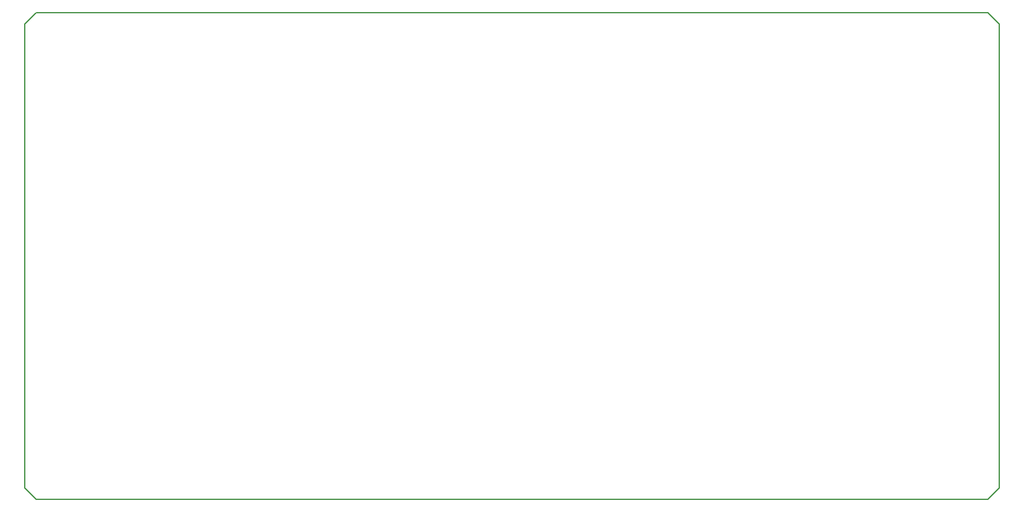
<source format=gbr>
%TF.GenerationSoftware,KiCad,Pcbnew,5.1.5*%
%TF.CreationDate,2020-01-11T17:38:17+01:00*%
%TF.ProjectId,can_breakout_pcb,63616e5f-6272-4656-916b-6f75745f7063,rev?*%
%TF.SameCoordinates,Original*%
%TF.FileFunction,Profile,NP*%
%FSLAX46Y46*%
G04 Gerber Fmt 4.6, Leading zero omitted, Abs format (unit mm)*
G04 Created by KiCad (PCBNEW 5.1.5) date 2020-01-11 17:38:17*
%MOMM*%
%LPD*%
G04 APERTURE LIST*
%ADD10C,0.150000*%
G04 APERTURE END LIST*
D10*
X108750000Y-53750000D02*
X108750000Y-115750000D01*
X110250000Y-117250000D02*
X237250000Y-117250000D01*
X238750000Y-115750000D02*
X238750000Y-53750000D01*
X237250000Y-52250000D02*
X110250000Y-52250000D01*
X110250000Y-52250000D02*
X108750000Y-53750000D01*
X110250000Y-117250000D02*
X108750000Y-115750000D01*
X237250000Y-117250000D02*
X238750000Y-115750000D01*
X238750000Y-53750000D02*
X237250000Y-52250000D01*
M02*

</source>
